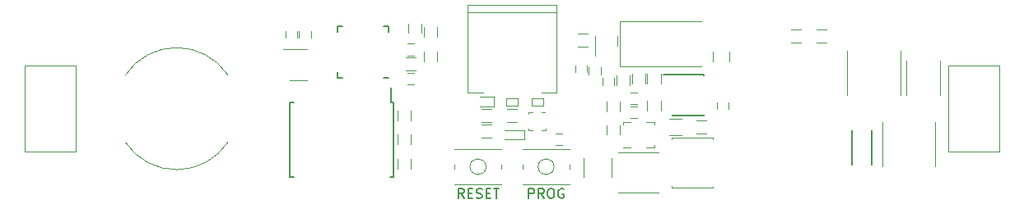
<source format=gbr>
G04 #@! TF.GenerationSoftware,KiCad,Pcbnew,(5.0.1)-rc2*
G04 #@! TF.CreationDate,2019-02-09T17:39:07-08:00*
G04 #@! TF.ProjectId,nixie_bottom_board,6E697869655F626F74746F6D5F626F61,rev?*
G04 #@! TF.SameCoordinates,Original*
G04 #@! TF.FileFunction,Legend,Top*
G04 #@! TF.FilePolarity,Positive*
%FSLAX46Y46*%
G04 Gerber Fmt 4.6, Leading zero omitted, Abs format (unit mm)*
G04 Created by KiCad (PCBNEW (5.0.1)-rc2) date 2/9/2019 5:39:07 PM*
%MOMM*%
%LPD*%
G01*
G04 APERTURE LIST*
%ADD10C,0.200000*%
%ADD11C,0.120000*%
%ADD12C,0.150000*%
G04 APERTURE END LIST*
D10*
X151714285Y-109252380D02*
X151714285Y-108252380D01*
X152095238Y-108252380D01*
X152190476Y-108300000D01*
X152238095Y-108347619D01*
X152285714Y-108442857D01*
X152285714Y-108585714D01*
X152238095Y-108680952D01*
X152190476Y-108728571D01*
X152095238Y-108776190D01*
X151714285Y-108776190D01*
X153285714Y-109252380D02*
X152952380Y-108776190D01*
X152714285Y-109252380D02*
X152714285Y-108252380D01*
X153095238Y-108252380D01*
X153190476Y-108300000D01*
X153238095Y-108347619D01*
X153285714Y-108442857D01*
X153285714Y-108585714D01*
X153238095Y-108680952D01*
X153190476Y-108728571D01*
X153095238Y-108776190D01*
X152714285Y-108776190D01*
X153904761Y-108252380D02*
X154095238Y-108252380D01*
X154190476Y-108300000D01*
X154285714Y-108395238D01*
X154333333Y-108585714D01*
X154333333Y-108919047D01*
X154285714Y-109109523D01*
X154190476Y-109204761D01*
X154095238Y-109252380D01*
X153904761Y-109252380D01*
X153809523Y-109204761D01*
X153714285Y-109109523D01*
X153666666Y-108919047D01*
X153666666Y-108585714D01*
X153714285Y-108395238D01*
X153809523Y-108300000D01*
X153904761Y-108252380D01*
X155285714Y-108300000D02*
X155190476Y-108252380D01*
X155047619Y-108252380D01*
X154904761Y-108300000D01*
X154809523Y-108395238D01*
X154761904Y-108490476D01*
X154714285Y-108680952D01*
X154714285Y-108823809D01*
X154761904Y-109014285D01*
X154809523Y-109109523D01*
X154904761Y-109204761D01*
X155047619Y-109252380D01*
X155142857Y-109252380D01*
X155285714Y-109204761D01*
X155333333Y-109157142D01*
X155333333Y-108823809D01*
X155142857Y-108823809D01*
X145047619Y-109252380D02*
X144714285Y-108776190D01*
X144476190Y-109252380D02*
X144476190Y-108252380D01*
X144857142Y-108252380D01*
X144952380Y-108300000D01*
X145000000Y-108347619D01*
X145047619Y-108442857D01*
X145047619Y-108585714D01*
X145000000Y-108680952D01*
X144952380Y-108728571D01*
X144857142Y-108776190D01*
X144476190Y-108776190D01*
X145476190Y-108728571D02*
X145809523Y-108728571D01*
X145952380Y-109252380D02*
X145476190Y-109252380D01*
X145476190Y-108252380D01*
X145952380Y-108252380D01*
X146333333Y-109204761D02*
X146476190Y-109252380D01*
X146714285Y-109252380D01*
X146809523Y-109204761D01*
X146857142Y-109157142D01*
X146904761Y-109061904D01*
X146904761Y-108966666D01*
X146857142Y-108871428D01*
X146809523Y-108823809D01*
X146714285Y-108776190D01*
X146523809Y-108728571D01*
X146428571Y-108680952D01*
X146380952Y-108633333D01*
X146333333Y-108538095D01*
X146333333Y-108442857D01*
X146380952Y-108347619D01*
X146428571Y-108300000D01*
X146523809Y-108252380D01*
X146761904Y-108252380D01*
X146904761Y-108300000D01*
X147333333Y-108728571D02*
X147666666Y-108728571D01*
X147809523Y-109252380D02*
X147333333Y-109252380D01*
X147333333Y-108252380D01*
X147809523Y-108252380D01*
X148095238Y-108252380D02*
X148666666Y-108252380D01*
X148380952Y-109252380D02*
X148380952Y-108252380D01*
D11*
G04 #@! TO.C,C11*
X157320000Y-105100000D02*
X157320000Y-107100000D01*
X160280000Y-107100000D02*
X160280000Y-105100000D01*
G04 #@! TO.C,BT1*
X110226896Y-96534908D02*
G75*
G02X120750000Y-96500001I5273104J-3465092D01*
G01*
X120773104Y-103465092D02*
G75*
G02X110250000Y-103499999I-5273104J3465092D01*
G01*
G04 #@! TO.C,R20*
X181300000Y-91820000D02*
X182300000Y-91820000D01*
X182300000Y-93180000D02*
X181300000Y-93180000D01*
G04 #@! TO.C,R21*
X178700000Y-91820000D02*
X179700000Y-91820000D01*
X179700000Y-93180000D02*
X178700000Y-93180000D01*
D12*
G04 #@! TO.C,U2*
X132025000Y-96775000D02*
X132550000Y-96775000D01*
X132025000Y-91525000D02*
X132550000Y-91525000D01*
X137275000Y-91525000D02*
X136750000Y-91525000D01*
X137275000Y-96775000D02*
X136750000Y-96775000D01*
X132025000Y-91525000D02*
X132025000Y-92050000D01*
X137275000Y-91525000D02*
X137275000Y-92050000D01*
X132025000Y-96775000D02*
X132025000Y-96250000D01*
D11*
G04 #@! TO.C,L1*
X165100000Y-108700000D02*
X160900000Y-108700000D01*
X165100000Y-104500000D02*
X160900000Y-104500000D01*
G04 #@! TO.C,C17*
X157700000Y-95550000D02*
X157700000Y-96250000D01*
X156500000Y-96250000D02*
X156500000Y-95550000D01*
G04 #@! TO.C,D5*
X151300000Y-103200000D02*
X149200000Y-103200000D01*
X151300000Y-102200000D02*
X149200000Y-102200000D01*
X151300000Y-103200000D02*
X151300000Y-102200000D01*
G04 #@! TO.C,R13*
X146900000Y-101620000D02*
X147900000Y-101620000D01*
X147900000Y-102980000D02*
X146900000Y-102980000D01*
G04 #@! TO.C,J1*
X154600000Y-90010000D02*
X145400000Y-90010000D01*
X154600000Y-89310000D02*
X145400000Y-89310000D01*
X154600000Y-98300000D02*
X153000000Y-98300000D01*
X154600000Y-98300000D02*
X154600000Y-89310000D01*
X145400000Y-98300000D02*
X145400000Y-89310000D01*
X147000000Y-98300000D02*
X145400000Y-98300000D01*
G04 #@! TO.C,C12*
X139250000Y-96300000D02*
X139950000Y-96300000D01*
X139950000Y-97500000D02*
X139250000Y-97500000D01*
G04 #@! TO.C,C13*
X139950000Y-94500000D02*
X139250000Y-94500000D01*
X139250000Y-93300000D02*
X139950000Y-93300000D01*
D12*
G04 #@! TO.C,U4*
X137825000Y-99325000D02*
X137550000Y-99325000D01*
X137825000Y-107075000D02*
X137470000Y-107075000D01*
X127175000Y-107075000D02*
X127530000Y-107075000D01*
X127175000Y-99325000D02*
X127530000Y-99325000D01*
X137825000Y-99325000D02*
X137825000Y-107075000D01*
X127175000Y-99325000D02*
X127175000Y-107075000D01*
X137550000Y-99325000D02*
X137550000Y-97800000D01*
D11*
G04 #@! TO.C,R1*
X150500000Y-101380000D02*
X149500000Y-101380000D01*
X149500000Y-100020000D02*
X150500000Y-100020000D01*
G04 #@! TO.C,J4*
X99900000Y-104450000D02*
X99900000Y-95550000D01*
X105100000Y-104450000D02*
X99900000Y-104450000D01*
X105100000Y-95550000D02*
X105100000Y-104450000D01*
X99900000Y-95550000D02*
X105100000Y-95550000D01*
G04 #@! TO.C,J3*
X194900000Y-104450000D02*
X194900000Y-95550000D01*
X200100000Y-104450000D02*
X194900000Y-104450000D01*
X200100000Y-95550000D02*
X200100000Y-104450000D01*
X194900000Y-95550000D02*
X200100000Y-95550000D01*
G04 #@! TO.C,U1*
X153050000Y-100400000D02*
X153400000Y-100400000D01*
X151700000Y-100400000D02*
X152150000Y-100400000D01*
X151700000Y-100500000D02*
X151700000Y-100400000D01*
X151700000Y-102200000D02*
X151700000Y-102100000D01*
X152150000Y-102200000D02*
X151700000Y-102200000D01*
X153500000Y-102200000D02*
X153050000Y-102200000D01*
X153500000Y-102100000D02*
X153500000Y-102200000D01*
G04 #@! TO.C,U3*
X162200000Y-104050000D02*
X161400000Y-104050000D01*
X161400000Y-101350000D02*
X161400000Y-101650000D01*
X162200000Y-101350000D02*
X161400000Y-101350000D01*
X164600000Y-104050000D02*
X163800000Y-104050000D01*
X164600000Y-103750000D02*
X164600000Y-104050000D01*
X164600000Y-101350000D02*
X163800000Y-101350000D01*
X164600000Y-101650000D02*
X164600000Y-101350000D01*
G04 #@! TO.C,SW1*
X148900000Y-105800000D02*
X148900000Y-106200000D01*
X144100000Y-105800000D02*
X144100000Y-106200000D01*
X148900000Y-107800000D02*
X144100000Y-107800000D01*
X144100000Y-104200000D02*
X148900000Y-104200000D01*
X147324621Y-106000000D02*
G75*
G03X147324621Y-106000000I-824621J0D01*
G01*
G04 #@! TO.C,SW2*
X155900000Y-105800000D02*
X155900000Y-106200000D01*
X151100000Y-105800000D02*
X151100000Y-106200000D01*
X155900000Y-107800000D02*
X151100000Y-107800000D01*
X151100000Y-104200000D02*
X155900000Y-104200000D01*
X154324621Y-106000000D02*
G75*
G03X154324621Y-106000000I-824621J0D01*
G01*
G04 #@! TO.C,D2*
X153200000Y-98900000D02*
X153200000Y-99700000D01*
X152000000Y-98900000D02*
X153200000Y-98900000D01*
X152000000Y-99700000D02*
X152000000Y-98900000D01*
X153200000Y-99700000D02*
X152000000Y-99700000D01*
G04 #@! TO.C,D3*
X149400000Y-99700000D02*
X149400000Y-98900000D01*
X150600000Y-99700000D02*
X149400000Y-99700000D01*
X150600000Y-98900000D02*
X150600000Y-99700000D01*
X149400000Y-98900000D02*
X150600000Y-98900000D01*
G04 #@! TO.C,D1*
X148100000Y-98800000D02*
X146700000Y-98800000D01*
X148100000Y-99800000D02*
X148100000Y-98800000D01*
X146700000Y-99800000D02*
X148100000Y-99800000D01*
G04 #@! TO.C,C16*
X127900000Y-91950000D02*
X127900000Y-92650000D01*
X126700000Y-92650000D02*
X126700000Y-91950000D01*
G04 #@! TO.C,R3*
X147900000Y-101380000D02*
X146900000Y-101380000D01*
X146900000Y-100020000D02*
X147900000Y-100020000D01*
G04 #@! TO.C,C3*
X162850000Y-101000000D02*
X162150000Y-101000000D01*
X162150000Y-99800000D02*
X162850000Y-99800000D01*
G04 #@! TO.C,C1*
X161075000Y-90950000D02*
X169475000Y-90950000D01*
X161075000Y-95650000D02*
X169475000Y-95650000D01*
X161075000Y-90950000D02*
X161075000Y-95650000D01*
G04 #@! TO.C,Q1*
X166385000Y-103000000D02*
X166385000Y-103200000D01*
X170685000Y-103000000D02*
X166385000Y-103000000D01*
X170685000Y-103150000D02*
X170685000Y-103000000D01*
X170685000Y-108200000D02*
X170685000Y-108050000D01*
X166385000Y-108200000D02*
X170685000Y-108200000D01*
X166385000Y-108000000D02*
X166385000Y-108200000D01*
G04 #@! TO.C,C15*
X129300000Y-91950000D02*
X129300000Y-92650000D01*
X128100000Y-92650000D02*
X128100000Y-91950000D01*
G04 #@! TO.C,C14*
X155150000Y-103800000D02*
X154450000Y-103800000D01*
X154450000Y-102600000D02*
X155150000Y-102600000D01*
G04 #@! TO.C,C2*
X159100000Y-95750000D02*
X159100000Y-96450000D01*
X157900000Y-96450000D02*
X157900000Y-95750000D01*
G04 #@! TO.C,C6*
X162850000Y-99500000D02*
X162150000Y-99500000D01*
X162150000Y-98300000D02*
X162850000Y-98300000D01*
G04 #@! TO.C,C4*
X170650000Y-94100000D02*
X170650000Y-95100000D01*
X172350000Y-95100000D02*
X172350000Y-94100000D01*
G04 #@! TO.C,C9*
X190570000Y-95000000D02*
X190570000Y-98600000D01*
X194030000Y-98600000D02*
X194030000Y-95000000D01*
G04 #@! TO.C,C8*
X193530000Y-106000000D02*
X193530000Y-101400000D01*
X188070000Y-101400000D02*
X188070000Y-106000000D01*
G04 #@! TO.C,R19*
X139580000Y-100200000D02*
X139580000Y-101200000D01*
X138220000Y-101200000D02*
X138220000Y-100200000D01*
G04 #@! TO.C,R18*
X139100000Y-94720000D02*
X140100000Y-94720000D01*
X140100000Y-96080000D02*
X139100000Y-96080000D01*
G04 #@! TO.C,R17*
X159720000Y-100300000D02*
X159720000Y-99300000D01*
X161080000Y-99300000D02*
X161080000Y-100300000D01*
G04 #@! TO.C,R16*
X159720000Y-102700000D02*
X159720000Y-101700000D01*
X161080000Y-101700000D02*
X161080000Y-102700000D01*
G04 #@! TO.C,C5*
X160500000Y-96850000D02*
X160500000Y-97550000D01*
X159300000Y-97550000D02*
X159300000Y-96850000D01*
G04 #@! TO.C,C7*
X171100000Y-100050000D02*
X171100000Y-99350000D01*
X172300000Y-99350000D02*
X172300000Y-100050000D01*
G04 #@! TO.C,R9*
X162320000Y-97400000D02*
X162320000Y-96400000D01*
X163680000Y-96400000D02*
X163680000Y-97400000D01*
G04 #@! TO.C,R6*
X165280000Y-99200000D02*
X165280000Y-100200000D01*
X163920000Y-100200000D02*
X163920000Y-99200000D01*
G04 #@! TO.C,R7*
X160720000Y-97600000D02*
X160720000Y-96600000D01*
X162080000Y-96600000D02*
X162080000Y-97600000D01*
G04 #@! TO.C,R5*
X138220000Y-106200000D02*
X138220000Y-105200000D01*
X139580000Y-105200000D02*
X139580000Y-106200000D01*
G04 #@! TO.C,R2*
X142280000Y-94100000D02*
X142280000Y-95100000D01*
X140920000Y-95100000D02*
X140920000Y-94100000D01*
G04 #@! TO.C,R8*
X170000000Y-102580000D02*
X169000000Y-102580000D01*
X169000000Y-101220000D02*
X170000000Y-101220000D01*
G04 #@! TO.C,R10*
X165280000Y-96400000D02*
X165280000Y-97400000D01*
X163920000Y-97400000D02*
X163920000Y-96400000D01*
G04 #@! TO.C,C10*
X189930000Y-98600000D02*
X189930000Y-94000000D01*
X184470000Y-94000000D02*
X184470000Y-98600000D01*
G04 #@! TO.C,R4*
X139580000Y-102700000D02*
X139580000Y-103700000D01*
X138220000Y-103700000D02*
X138220000Y-102700000D01*
G04 #@! TO.C,R11*
X166200000Y-101020000D02*
X167400000Y-101020000D01*
X167400000Y-102780000D02*
X166200000Y-102780000D01*
G04 #@! TO.C,U5*
X127100000Y-97110000D02*
X128900000Y-97110000D01*
X128900000Y-93890000D02*
X126450000Y-93890000D01*
D12*
G04 #@! TO.C,U6*
X166475000Y-96475000D02*
X165550000Y-96475000D01*
X166475000Y-100725000D02*
X169725000Y-100725000D01*
X166475000Y-96475000D02*
X169725000Y-96475000D01*
X166475000Y-100725000D02*
X166475000Y-100660000D01*
X169725000Y-100725000D02*
X169725000Y-100660000D01*
X169725000Y-96475000D02*
X169725000Y-96540000D01*
G04 #@! TO.C,D4*
X187000000Y-105800000D02*
X187000000Y-102200000D01*
X185000000Y-105800000D02*
X185000000Y-102200000D01*
D11*
G04 #@! TO.C,R12*
X142280000Y-91600000D02*
X142280000Y-92600000D01*
X140920000Y-92600000D02*
X140920000Y-91600000D01*
G04 #@! TO.C,R14*
X157800000Y-93580000D02*
X156800000Y-93580000D01*
X156800000Y-92220000D02*
X157800000Y-92220000D01*
G04 #@! TO.C,R15*
X140680000Y-91200000D02*
X140680000Y-92200000D01*
X139320000Y-92200000D02*
X139320000Y-91200000D01*
G04 #@! TO.C,U7*
X158580000Y-94500000D02*
X158580000Y-92500000D01*
X160820000Y-92500000D02*
X160820000Y-93500000D01*
G04 #@! TD*
M02*

</source>
